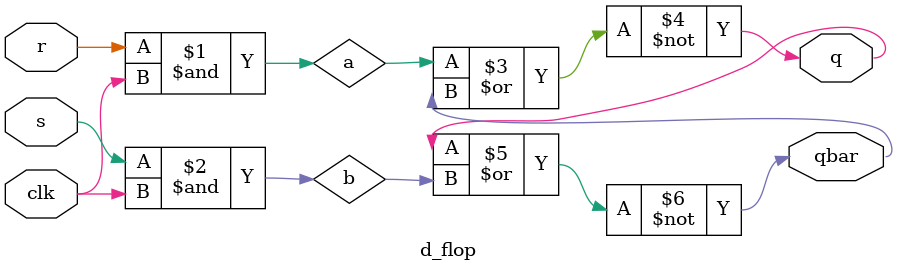
<source format=v>
module testbed();
	reg a, b,clk;
	wire q,qbar;
	
	d_flop d(a,b,clk,q,qbar);

	
	initial
	begin
	$monitor("a=%b, b=%b, clk=%b, q=%b, qbar=%b", a,b,clk,q,qbar);
	a = 0; b=1; clk=1;
	#10;
	a=1; b=0; 
	#10 a=0; b=0; clk=0;
	#10 a=0; b=1; clk=0;
	#10 a=0; b=1; clk=1;
	#10;
	$finish;
	end
endmodule


module d_flop(r, s, clk, q, qbar);
	input r,s,clk;
	wire a,b;
	output q, qbar;
	
	
		and and1(a,r,clk);
		and and2(b,s,clk);
		nor (q,a,qbar);
		nor (qbar, q,b);
	
endmodule

</source>
